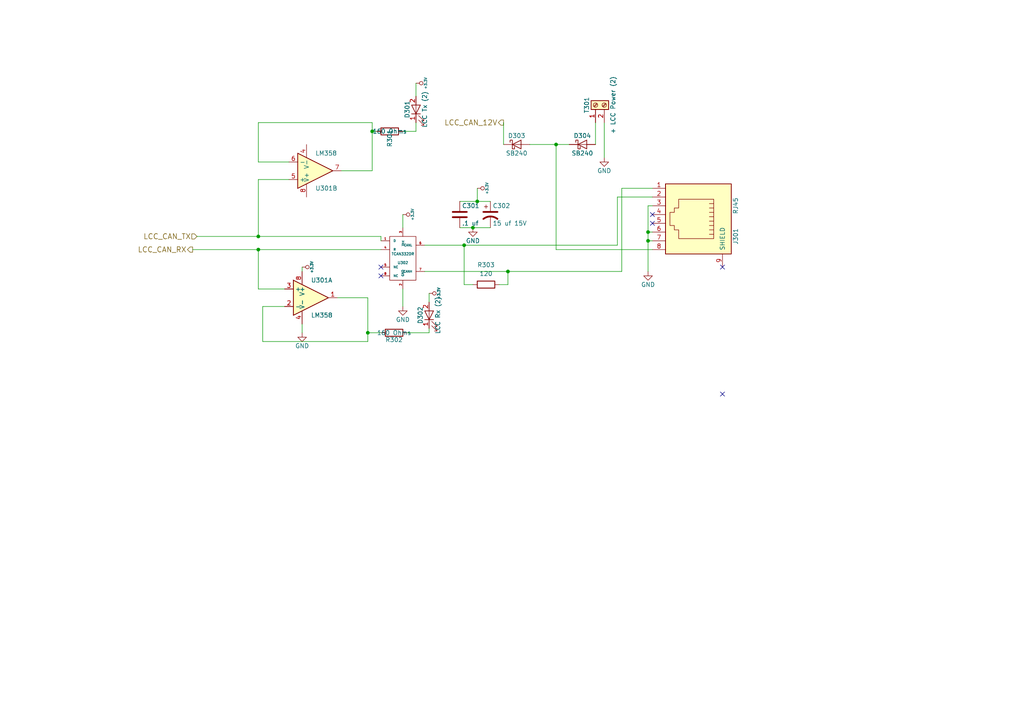
<source format=kicad_sch>
(kicad_sch (version 20211123) (generator eeschema)
  (paper "A4")
  (lib_symbols
    (symbol "Device:R" (pin_numbers hide) (pin_names (offset 0))
      (property "Reference" "R" (at 2.032 0 90))
      (property "Value" "R" (at 0 0 90))
      (symbol "R_0_1"
        (rectangle (start -1.016 -2.54) (end 1.016 2.54) (stroke (width 0.254)))
      )
      (symbol "R_1_1"
        (pin passive line (at 0 3.81 270) (length 1.27) (name "~") (number "1"))
        (pin passive line (at 0 -3.81 90) (length 1.27) (name "~") (number "2"))
      )
    )
    (symbol "LCC-PNET-Router-rescue:C" (pin_numbers hide) (pin_names (offset 0.254))
      (property "Reference" "C" (at 0.635 2.54 0))
      (property "Value" "C" (at 0.635 -2.54 0))
      (symbol "C_0_1"
        (polyline (pts (xy -2.032 -0.762) (xy 2.032 -0.762)) (stroke (width 0.508)))
        (polyline (pts (xy -2.032 0.762) (xy 2.032 0.762)) (stroke (width 0.508)))
      )
      (symbol "C_1_1"
        (pin passive line (at 0 3.81 270) (length 2.794) (name "~") (number "1"))
        (pin passive line (at 0 -3.81 90) (length 2.794) (name "~") (number "2"))
      )
    )
    (symbol "LCC-PNET-Router-rescue:CP1" (pin_numbers hide) (pin_names (offset 0.254) hide)
      (property "Reference" "C" (at 0.635 2.54 0))
      (property "Value" "CP1" (at 0.635 -2.54 0))
      (symbol "CP1_0_1"
        (polyline (pts (xy -2.032 0.762) (xy 2.032 0.762)) (stroke (width 0.508)))
        (polyline (pts (xy -1.778 2.286) (xy -0.762 2.286)))
        (polyline (pts (xy -1.27 1.778) (xy -1.27 2.794)))
        (arc (start 2.032 -1.27) (mid 0 -0.5572) (end -2.032 -1.27) (stroke (width 0.508)))
      )
      (symbol "CP1_1_1"
        (pin passive line (at 0 3.81 270) (length 2.794) (name "~") (number "1"))
        (pin passive line (at 0 -3.81 90) (length 3.302) (name "~") (number "2"))
      )
    )
    (symbol "LCC-PNET-Router-rescue:D_Schottky" (pin_numbers hide) (pin_names (offset 1.016) hide)
      (property "Reference" "D" (at 0 2.54 0))
      (property "Value" "D_Schottky" (at 0 -2.54 0))
      (symbol "D_Schottky_0_1"
        (polyline (pts (xy 1.27 0) (xy -1.27 0)))
        (polyline (pts (xy 1.27 1.27) (xy 1.27 -1.27) (xy -1.27 0) (xy 1.27 1.27)) (stroke (width 0.2032)))
        (polyline (pts (xy -1.905 0.635) (xy -1.905 1.27) (xy -1.27 1.27) (xy -1.27 -1.27) (xy -0.635 -1.27) (xy -0.635 -0.635)) (stroke (width 0.2032)))
      )
      (symbol "D_Schottky_1_1"
        (pin passive line (at -3.81 0 0) (length 2.54) (name "K") (number "1"))
        (pin passive line (at 3.81 0 180) (length 2.54) (name "A") (number "2"))
      )
    )
    (symbol "LCC-PNET-Router-rescue:GND" (power) (pin_names (offset 0))
      (property "Value" "GND" (at 0 -3.81 0))
      (symbol "GND_0_1"
        (polyline (pts (xy 0 0) (xy 0 -1.27) (xy 1.27 -1.27) (xy 0 -2.54) (xy -1.27 -1.27) (xy 0 -1.27)))
      )
      (symbol "GND_1_1"
        (pin power_in line (at 0 0 270) (length 0) hide (name "GND") (number "1"))
      )
    )
    (symbol "LCC-PNET-Router-rescue:LED" (pin_names (offset 1.016) hide)
      (property "Reference" "D" (at 0 2.54 0))
      (property "Value" "LED" (at 0 -2.54 0))
      (symbol "LED_0_1"
        (polyline (pts (xy -1.27 -1.27) (xy -1.27 1.27)) (stroke (width 0.2032)))
        (polyline (pts (xy -1.27 0) (xy 1.27 0)))
        (polyline (pts (xy 1.27 -1.27) (xy 1.27 1.27) (xy -1.27 0) (xy 1.27 -1.27)) (stroke (width 0.2032)))
        (polyline (pts (xy -3.048 -0.762) (xy -4.572 -2.286) (xy -3.81 -2.286) (xy -4.572 -2.286) (xy -4.572 -1.524)))
        (polyline (pts (xy -1.778 -0.762) (xy -3.302 -2.286) (xy -2.54 -2.286) (xy -3.302 -2.286) (xy -3.302 -1.524)))
      )
      (symbol "LED_1_1"
        (pin passive line (at -3.81 0 0) (length 2.54) (name "K") (number "1"))
        (pin passive line (at 3.81 0 180) (length 2.54) (name "A") (number "2"))
      )
    )
    (symbol "LCC-PNET-Router-rescue:LM358"
      (property "Reference" "U" (at 0 5.08 0))
      (property "Value" "LM358" (at 0 -5.08 0))
      (symbol "LM358_0_1"
        (polyline (pts (xy -5.08 5.08) (xy 5.08 0) (xy -5.08 -5.08) (xy -5.08 5.08)) (stroke (width 0.254)) (fill (type background)))
        (pin power_in line (at -2.54 -7.62 90) (length 3.81) (name "V-") (number "4"))
        (pin power_in line (at -2.54 7.62 270) (length 3.81) (name "V+") (number "8"))
      )
      (symbol "LM358_1_1"
        (pin output line (at 7.62 0 180) (length 2.54) (name "~") (number "1"))
        (pin input line (at -7.62 -2.54 0) (length 2.54) (name "-") (number "2"))
        (pin input line (at -7.62 2.54 0) (length 2.54) (name "+") (number "3"))
      )
      (symbol "LM358_2_1"
        (pin input line (at -7.62 2.54 0) (length 2.54) (name "+") (number "5"))
        (pin input line (at -7.62 -2.54 0) (length 2.54) (name "-") (number "6"))
        (pin output line (at 7.62 0 180) (length 2.54) (name "~") (number "7"))
      )
    )
    (symbol "LCC-PNET-Router-rescue:R" (pin_numbers hide) (pin_names (offset 0))
      (property "Reference" "R" (at 2.032 0 90))
      (property "Value" "R" (at 0 0 90))
      (symbol "R_0_1"
        (rectangle (start -1.016 -2.54) (end 1.016 2.54) (stroke (width 0.254)))
      )
      (symbol "R_1_1"
        (pin passive line (at 0 3.81 270) (length 1.27) (name "~") (number "1"))
        (pin passive line (at 0 -3.81 90) (length 1.27) (name "~") (number "2"))
      )
    )
    (symbol "LCC-PNET-Router-rescue:RJ45" (pin_names (offset 1.016))
      (property "Reference" "J" (at 5.08 12.7 0))
      (property "Value" "RJ45" (at -3.81 12.7 0))
      (symbol "RJ45_0_1"
        (rectangle (start -10.16 -7.62) (end 10.16 11.43) (stroke (width 0.254)) (fill (type background)))
        (polyline (pts (xy -4.445 5.08) (xy -4.445 6.35) (xy -4.445 6.35)))
        (polyline (pts (xy -3.175 6.35) (xy -3.175 5.08) (xy -3.175 5.08)))
        (polyline (pts (xy -1.905 6.35) (xy -1.905 5.08) (xy -1.905 5.08)))
        (polyline (pts (xy -0.635 6.35) (xy -0.635 5.08) (xy -0.635 5.08)))
        (polyline (pts (xy 0.635 6.35) (xy 0.635 5.08) (xy 0.635 5.08)))
        (polyline (pts (xy 1.905 6.35) (xy 1.905 5.08) (xy 1.905 5.08)))
        (polyline (pts (xy 3.175 5.08) (xy 3.175 6.35) (xy 3.175 6.35)))
        (polyline (pts (xy 4.445 5.08) (xy 4.445 6.35) (xy 4.445 6.35)))
        (polyline (pts (xy -5.715 6.35) (xy 5.715 6.35) (xy 5.715 -3.81) (xy 3.175 -3.81) (xy 3.175 -5.08) (xy 1.905 -5.08) (xy 1.905 -6.35) (xy -1.905 -6.35) (xy -1.905 -5.08) (xy -3.175 -5.08) (xy -3.175 -3.81) (xy -5.715 -3.81) (xy -5.715 6.35) (xy -5.715 6.35)))
      )
      (symbol "RJ45_1_1"
        (pin passive line (at -8.89 -11.43 90) (length 3.81) (name "~") (number "1"))
        (pin passive line (at -6.35 -11.43 90) (length 3.81) (name "~") (number "2"))
        (pin passive line (at -3.81 -11.43 90) (length 3.81) (name "~") (number "3"))
        (pin passive line (at -1.27 -11.43 90) (length 3.81) (name "~") (number "4"))
        (pin passive line (at 1.27 -11.43 90) (length 3.81) (name "~") (number "5"))
        (pin passive line (at 3.81 -11.43 90) (length 3.81) (name "~") (number "6"))
        (pin passive line (at 6.35 -11.43 90) (length 3.81) (name "~") (number "7"))
        (pin passive line (at 8.89 -11.43 90) (length 3.81) (name "~") (number "8"))
        (pin passive line (at 13.97 8.89 180) (length 3.81) (name "SHIELD") (number "9"))
      )
    )
    (symbol "LCC-PNET-Router-rescue:Screw_Terminal_01x02" (pin_names (offset 1.016) hide)
      (property "Reference" "J" (at 0 2.54 0))
      (property "Value" "Screw_Terminal_01x02" (at 0 -5.08 0))
      (symbol "Screw_Terminal_01x02_1_1"
        (rectangle (start -1.27 1.27) (end 1.27 -3.81) (stroke (width 0.254)) (fill (type background)))
        (circle (center 0 -2.54) (radius 0.635) (stroke (width 0.1524)))
        (polyline (pts (xy -0.5334 -2.2098) (xy 0.3302 -3.048)) (stroke (width 0.1524)))
        (polyline (pts (xy -0.5334 0.3302) (xy 0.3302 -0.508)) (stroke (width 0.1524)))
        (polyline (pts (xy -0.3556 -2.032) (xy 0.508 -2.8702)) (stroke (width 0.1524)))
        (polyline (pts (xy -0.3556 0.508) (xy 0.508 -0.3302)) (stroke (width 0.1524)))
        (circle (center 0 0) (radius 0.635) (stroke (width 0.1524)))
        (pin passive line (at -5.08 0 0) (length 3.81) (name "Pin_1") (number "1"))
        (pin passive line (at -5.08 -2.54 0) (length 3.81) (name "Pin_2") (number "2"))
      )
    )
    (symbol "LCC-PNET-Router-rescue:TCAN332DR" (pin_names (offset 1.016))
      (property "Reference" "U" (at 0 -1.27 0))
      (property "Value" "TCAN332DR" (at 0 1.27 0))
      (symbol "TCAN332DR_0_1"
        (rectangle (start -3.81 6.35) (end 3.81 -6.35))
      )
      (symbol "TCAN332DR_1_1"
        (pin input line (at -6.35 5.08 0) (length 2.54) (name "D") (number "1"))
        (pin power_in line (at 0 -8.89 90) (length 2.54) (name "GND") (number "2"))
        (pin power_in line (at 0 8.89 270) (length 2.54) (name "Vcc") (number "3"))
        (pin output line (at -6.35 2.54 0) (length 2.54) (name "R") (number "4"))
        (pin input line (at -6.35 -2.54 0) (length 2.54) (name "NC") (number "5"))
        (pin bidirectional line (at 6.35 3.81 180) (length 2.54) (name "CANL") (number "6"))
        (pin bidirectional line (at 6.35 -3.81 180) (length 2.54) (name "CANH") (number "7"))
        (pin input line (at -6.35 -5.08 0) (length 2.54) (name "NC") (number "8"))
      )
    )
    (symbol "STM32_Nucleo_MorphoBoard-rescue:+3.3V" (power) (pin_names (offset 0))
      (property "Value" "+3.3V" (at 0 2.794 0))
      (symbol "+3.3V_0_0"
        (pin power_in line (at 0 0 90) (length 0) hide (name "+3.3V") (number "1"))
      )
      (symbol "+3.3V_0_1"
        (polyline (pts (xy 0 0) (xy 0 1.016) (xy 0 1.016)))
        (circle (center 0 1.524) (radius 0.508))
      )
    )
  )
  (junction (at 137.16 66.04))
  (junction (at 138.43 58.42))
  (junction (at 161.29 41.91))
  (junction (at 74.93 68.58))
  (junction (at 106.68 96.52))
  (junction (at 147.32 78.74))
  (junction (at 134.62 71.12))
  (junction (at 187.96 67.31))
  (junction (at 187.96 69.85))
  (junction (at 107.95 38.1))
  (junction (at 74.93 72.39))
  (no_connect (at 110.49 80.01))
  (no_connect (at 209.55 114.3))
  (no_connect (at 189.23 64.77))
  (no_connect (at 209.55 77.47))
  (no_connect (at 189.23 62.23))
  (no_connect (at 110.49 77.47))
  (wire (pts (xy 133.35 58.42) (xy 138.43 58.42)))
  (wire (pts (xy 138.43 58.42) (xy 142.24 58.42)))
  (wire (pts (xy 74.93 46.99) (xy 74.93 35.56)))
  (wire (pts (xy 83.82 46.99) (xy 74.93 46.99)))
  (wire (pts (xy 123.19 78.74) (xy 147.32 78.74)))
  (wire (pts (xy 134.62 82.55) (xy 137.16 82.55)))
  (wire (pts (xy 87.63 93.98) (xy 87.63 96.52)))
  (wire (pts (xy 187.96 67.31) (xy 189.23 67.31)))
  (wire (pts (xy 55.88 72.39) (xy 74.93 72.39)))
  (wire (pts (xy 120.65 38.1) (xy 116.84 38.1)))
  (wire (pts (xy 124.46 85.09) (xy 124.46 87.63)))
  (wire (pts (xy 107.95 35.56) (xy 107.95 38.1)))
  (wire (pts (xy 161.29 72.39) (xy 161.29 41.91)))
  (wire (pts (xy 161.29 72.39) (xy 189.23 72.39)))
  (wire (pts (xy 109.22 38.1) (xy 107.95 38.1)))
  (wire (pts (xy 120.65 24.13) (xy 120.65 27.94)))
  (wire (pts (xy 74.93 52.07) (xy 74.93 68.58)))
  (wire (pts (xy 179.07 57.15) (xy 179.07 71.12)))
  (wire (pts (xy 106.68 99.06) (xy 106.68 96.52)))
  (wire (pts (xy 87.63 77.47) (xy 87.63 78.74)))
  (wire (pts (xy 116.84 62.23) (xy 116.84 66.04)))
  (wire (pts (xy 107.95 38.1) (xy 107.95 49.53)))
  (wire (pts (xy 110.49 68.58) (xy 110.49 69.85)))
  (wire (pts (xy 147.32 78.74) (xy 180.34 78.74)))
  (wire (pts (xy 82.55 83.82) (xy 74.93 83.82)))
  (wire (pts (xy 110.49 96.52) (xy 106.68 96.52)))
  (wire (pts (xy 107.95 49.53) (xy 99.06 49.53)))
  (wire (pts (xy 74.93 72.39) (xy 110.49 72.39)))
  (wire (pts (xy 82.55 88.9) (xy 76.2 88.9)))
  (wire (pts (xy 123.19 71.12) (xy 134.62 71.12)))
  (wire (pts (xy 74.93 83.82) (xy 74.93 72.39)))
  (wire (pts (xy 116.84 83.82) (xy 116.84 88.9)))
  (wire (pts (xy 76.2 99.06) (xy 106.68 99.06)))
  (wire (pts (xy 172.72 35.56) (xy 172.72 41.91)))
  (wire (pts (xy 187.96 69.85) (xy 189.23 69.85)))
  (wire (pts (xy 187.96 67.31) (xy 187.96 69.85)))
  (wire (pts (xy 147.32 82.55) (xy 147.32 78.74)))
  (wire (pts (xy 187.96 59.69) (xy 189.23 59.69)))
  (wire (pts (xy 133.35 66.04) (xy 137.16 66.04)))
  (wire (pts (xy 180.34 54.61) (xy 189.23 54.61)))
  (wire (pts (xy 120.65 35.56) (xy 120.65 38.1)))
  (wire (pts (xy 187.96 59.69) (xy 187.96 67.31)))
  (wire (pts (xy 124.46 96.52) (xy 118.11 96.52)))
  (wire (pts (xy 146.05 41.91) (xy 146.05 35.56)))
  (wire (pts (xy 76.2 88.9) (xy 76.2 99.06)))
  (wire (pts (xy 83.82 52.07) (xy 74.93 52.07)))
  (wire (pts (xy 137.16 66.04) (xy 142.24 66.04)))
  (wire (pts (xy 134.62 82.55) (xy 134.62 71.12)))
  (wire (pts (xy 175.26 35.56) (xy 175.26 45.72)))
  (wire (pts (xy 74.93 68.58) (xy 110.49 68.58)))
  (wire (pts (xy 180.34 54.61) (xy 180.34 78.74)))
  (wire (pts (xy 144.78 82.55) (xy 147.32 82.55)))
  (wire (pts (xy 179.07 57.15) (xy 189.23 57.15)))
  (wire (pts (xy 57.15 68.58) (xy 74.93 68.58)))
  (wire (pts (xy 74.93 35.56) (xy 107.95 35.56)))
  (wire (pts (xy 138.43 54.61) (xy 138.43 58.42)))
  (wire (pts (xy 134.62 71.12) (xy 179.07 71.12)))
  (wire (pts (xy 161.29 41.91) (xy 165.1 41.91)))
  (wire (pts (xy 153.67 41.91) (xy 161.29 41.91)))
  (wire (pts (xy 106.68 96.52) (xy 106.68 86.36)))
  (wire (pts (xy 124.46 95.25) (xy 124.46 96.52)))
  (wire (pts (xy 106.68 86.36) (xy 97.79 86.36)))
  (wire (pts (xy 187.96 69.85) (xy 187.96 78.74)))
  (hierarchical_label "LCC_CAN_12V" (shape output) (at 146.05 35.56 180) (effects (font (size 1.524 1.524))))
  (hierarchical_label "LCC_CAN_RX" (shape output) (at 55.88 72.39 180) (effects (font (size 1.524 1.524))))
  (hierarchical_label "LCC_CAN_TX" (shape input) (at 57.15 68.58 180) (effects (font (size 1.524 1.524))))
  (symbol (lib_id "LCC-PNET-Router-rescue:LED") (at 124.46 91.44 90) (unit 1)
    (property "Reference" "D302" (at 121.92 91.44 0))
    (property "Value" "LCC Rx (2)" (at 127 91.44 0))
    (property "Footprint" "LED_SMD:LED_0603_1608Metric" (effects hide))
    (property "Mouser Part Number" "710-150060YS75000" (effects hide))
  )
  (symbol (lib_id "LCC-PNET-Router-rescue:D_Schottky") (at 168.91 41.91 0) (unit 1)
    (property "Reference" "D304" (at 168.91 39.37 0))
    (property "Value" "SB240" (at 168.91 44.45 0))
    (property "Footprint" "Diode_SMD:D_PowerDI-123" (effects hide))
    (property "Mouser Part Number" "621-DFLS240-7" (effects hide))
  )
  (symbol (lib_id "STM32_Nucleo_MorphoBoard-rescue:+3.3V") (at 120.65 24.13 270) (unit 1)
    (property "Reference" "#PWR0119" (effects hide))
    (property "Value" "+3.3V" (at 123.444 24.13 0) (effects (font (size 0.762 0.762))))
  )
  (symbol (lib_id "LCC-PNET-Router-rescue:RJ45") (at 200.66 63.5 270) (unit 1)
    (property "Reference" "J301" (at 213.36 68.58 0))
    (property "Value" "RJ45" (at 213.36 59.69 0))
    (property "Footprint" "RJ45:RJ45_8N-S" (effects hide))
    (property "Mouser Part Number" "710-615008144221" (effects hide))
  )
  (symbol (lib_id "LCC-PNET-Router-rescue:GND") (at 187.96 78.74 0) (unit 1)
    (property "Reference" "#PWR0310" (effects hide))
    (property "Value" "GND" (at 187.96 82.55 0))
  )
  (symbol (lib_id "LCC-PNET-Router-rescue:TCAN332DR") (at 116.84 74.93 0) (unit 1)
    (property "Reference" "U302" (at 116.84 76.2 0) (effects (font (size 0.762 0.762))))
    (property "Value" "TCAN332DR" (at 116.84 73.66 0) (effects (font (size 0.762 0.762))))
    (property "Footprint" "Package_SO:SOIC-8_3.9x4.9mm_P1.27mm" (effects hide))
    (property "Mouser Part Number" "595-TCAN332DR" (effects hide))
  )
  (symbol (lib_id "LCC-PNET-Router-rescue:GND") (at 175.26 45.72 0) (unit 1)
    (property "Reference" "#PWR0309" (effects hide))
    (property "Value" "GND" (at 175.26 49.53 0))
  )
  (symbol (lib_id "LCC-PNET-Router-rescue:GND") (at 137.16 66.04 0) (unit 1)
    (property "Reference" "#PWR0307" (effects hide))
    (property "Value" "GND" (at 137.16 69.85 0))
  )
  (symbol (lib_id "STM32_Nucleo_MorphoBoard-rescue:+3.3V") (at 87.63 77.47 270) (unit 1)
    (property "Reference" "#PWR0118" (effects hide))
    (property "Value" "+3.3V" (at 90.424 77.47 0) (effects (font (size 0.762 0.762))))
  )
  (symbol (lib_id "LCC-PNET-Router-rescue:R") (at 113.03 38.1 270) (unit 1)
    (property "Reference" "R301" (at 113.03 40.132 0))
    (property "Value" "160 Ohms" (at 113.03 38.1 90))
    (property "Footprint" "Resistor_SMD:R_0603_1608Metric" (effects hide))
    (property "Mouser Part Number" "603-AC0603JR-07160RL" (effects hide))
  )
  (symbol (lib_id "LCC-PNET-Router-rescue:GND") (at 116.84 88.9 0) (unit 1)
    (property "Reference" "#PWR0304" (effects hide))
    (property "Value" "GND" (at 116.84 92.71 0))
  )
  (symbol (lib_id "LCC-PNET-Router-rescue:LM358") (at 90.17 86.36 0) (unit 1)
    (property "Reference" "U301" (at 90.17 81.28 0) (effects (justify left)))
    (property "Value" "LM358" (at 90.17 91.44 0) (effects (justify left)))
    (property "Footprint" "Package_SO:SOIC-8_3.9x4.9mm_P1.27mm" (effects hide))
    (property "Mouser Part Number" "595-LM358DR" (effects hide))
  )
  (symbol (lib_id "LCC-PNET-Router-rescue:D_Schottky") (at 149.86 41.91 0) (unit 1)
    (property "Reference" "D303" (at 149.86 39.37 0))
    (property "Value" "SB240" (at 149.86 44.45 0))
    (property "Footprint" "Diode_SMD:D_PowerDI-123" (effects hide))
    (property "Mouser Part Number" "621-DFLS240-7" (effects hide))
  )
  (symbol (lib_id "LCC-PNET-Router-rescue:Screw_Terminal_01x02") (at 172.72 30.48 90) (unit 1)
    (property "Reference" "T301" (at 170.18 30.48 0))
    (property "Value" "+ LCC Power (2)" (at 177.8 30.48 0))
    (property "Footprint" "TerminalBlock_TE-Connectivity:TerminalBlock_TE_282834-2_1x02_P2.54mm_Horizontal" (effects hide))
    (property "Mouser Part Number" "651-1725656" (effects hide))
  )
  (symbol (lib_id "Device:R") (at 140.97 82.55 90) (unit 1)
    (property "Reference" "R303" (at 140.97 76.835 90))
    (property "Value" "120" (at 140.97 79.375 90))
    (property "Footprint" "Resistor_SMD:R_0603_1608Metric" (effects hide))
    (property "Mouser Part Number" "603-RT0603DRE07120RL" (effects hide))
  )
  (symbol (lib_id "LCC-PNET-Router-rescue:LM358") (at 91.44 49.53 0) (mirror x) (unit 2)
    (property "Reference" "U301" (at 91.44 54.61 0) (effects (justify left)))
    (property "Value" "LM358" (at 91.44 44.45 0) (effects (justify left)))
    (property "Footprint" "Package_SO:SOIC-8_3.9x4.9mm_P1.27mm" (effects hide))
    (property "Mouser Part Number" "595-LM358DR" (effects hide))
  )
  (symbol (lib_id "STM32_Nucleo_MorphoBoard-rescue:+3.3V") (at 138.43 54.61 270) (unit 1)
    (property "Reference" "#PWR0115" (effects hide))
    (property "Value" "+3.3V" (at 141.224 54.61 0) (effects (font (size 0.762 0.762))))
  )
  (symbol (lib_id "STM32_Nucleo_MorphoBoard-rescue:+3.3V") (at 116.84 62.23 270) (unit 1)
    (property "Reference" "#PWR0117" (effects hide))
    (property "Value" "+3.3V" (at 119.634 62.23 0) (effects (font (size 0.762 0.762))))
  )
  (symbol (lib_id "STM32_Nucleo_MorphoBoard-rescue:+3.3V") (at 124.46 85.09 270) (unit 1)
    (property "Reference" "#PWR0116" (effects hide))
    (property "Value" "+3.3V" (at 127.254 85.09 0) (effects (font (size 0.762 0.762))))
  )
  (symbol (lib_id "LCC-PNET-Router-rescue:GND") (at 87.63 96.52 0) (unit 1)
    (property "Reference" "#PWR0302" (effects hide))
    (property "Value" "GND" (at 87.63 100.33 0))
  )
  (symbol (lib_id "LCC-PNET-Router-rescue:CP1") (at 142.24 62.23 0) (unit 1)
    (property "Reference" "C302" (at 142.875 59.69 0) (effects (justify left)))
    (property "Value" "15 uf 15V" (at 142.875 64.77 0) (effects (justify left)))
    (property "Footprint" "Capacitor_SMD:CP_Elec_4x5.8" (effects hide))
    (property "Mouser Part Number" "647-UUD1C150MCL" (effects hide))
  )
  (symbol (lib_id "LCC-PNET-Router-rescue:LED") (at 120.65 31.75 90) (unit 1)
    (property "Reference" "D301" (at 118.11 31.75 0))
    (property "Value" "LCC Tx (2)" (at 123.19 31.75 0))
    (property "Footprint" "LED_SMD:LED_0603_1608Metric" (effects hide))
    (property "Mouser Part Number" "710-150060SS75000" (effects hide))
  )
  (symbol (lib_id "LCC-PNET-Router-rescue:C") (at 133.35 62.23 0) (unit 1)
    (property "Reference" "C301" (at 133.985 59.69 0) (effects (justify left)))
    (property "Value" ".1 uf" (at 133.985 64.77 0) (effects (justify left)))
    (property "Footprint" "Capacitor_SMD:C_0603_1608Metric" (effects hide))
    (property "Mouser Part Number" "603-CC603KPX7R9BB104" (effects hide))
  )
  (symbol (lib_id "LCC-PNET-Router-rescue:R") (at 114.3 96.52 270) (unit 1)
    (property "Reference" "R302" (at 114.3 98.552 90))
    (property "Value" "160 Ohms" (at 114.3 96.52 90))
    (property "Footprint" "Resistor_SMD:R_0603_1608Metric" (effects hide))
    (property "Mouser Part Number" "603-AC0603JR-07160RL" (effects hide))
  )
)
</source>
